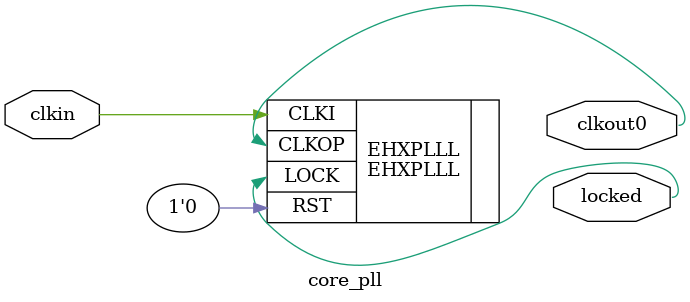
<source format=v>
module core_pll
(
	input clkin,
	output clkout0,
	output locked
);
(* FREQUENCY_PIN_CLKI="12" *)
(* FREQUENCY_PIN_CLKOP="50" *)

(* ICP_CURRENT = "6", LPF_RESISTOR = "16", MFG_ENABLE_FILTEROPAMP = "1", MFG_GMCREF_SEL = "2" *)
EHXPLLL #(
    .CLKFB_DIV(6'd42),
    .CLKI_DIV(1'd1),
    .CLKOP_CPHASE(1'd0),
    .CLKOP_DIV(4'd10),
    .CLKOP_ENABLE("ENABLED"),
    .CLKOP_FPHASE(1'd0),
    .CLKOS3_DIV(1'd1),
    .CLKOS3_ENABLE("ENABLED"),
    .FEEDBK_PATH("INT_OS3")
) EHXPLLL (
    .CLKI(clkin),
    .RST(1'b0),
    .CLKOP(clkout0),
    .LOCK(locked)
);

endmodule

</source>
